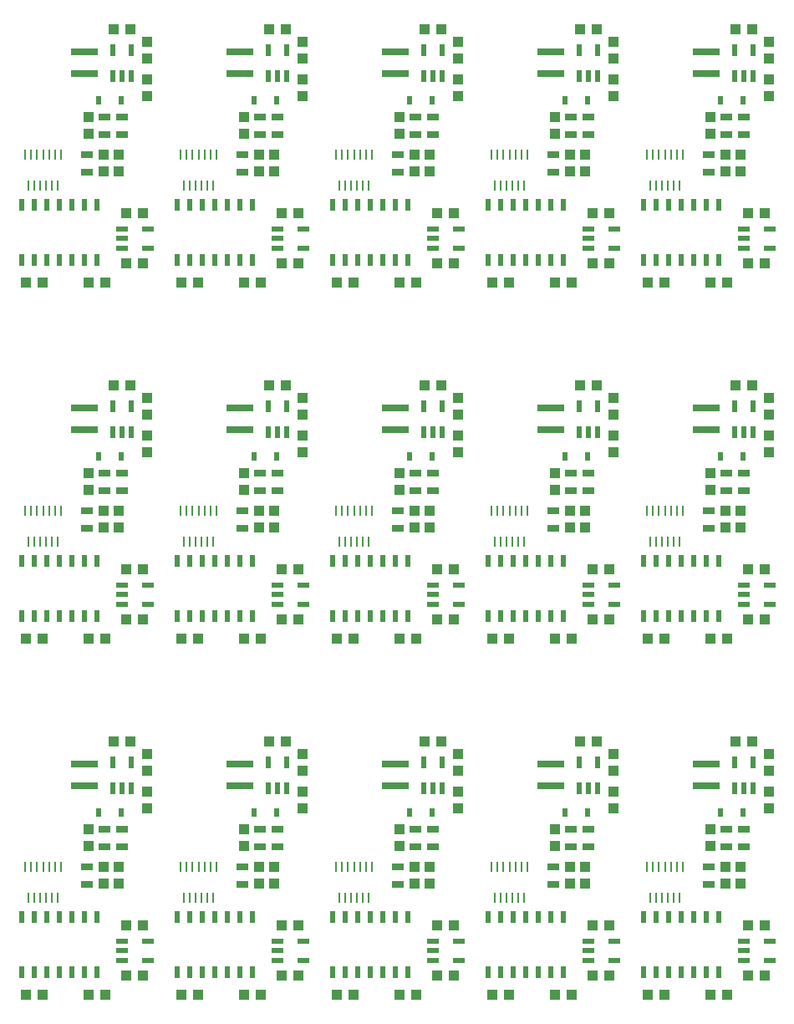
<source format=gtp>
G75*
%MOIN*%
%OFA0B0*%
%FSLAX25Y25*%
%IPPOS*%
%LPD*%
%AMOC8*
5,1,8,0,0,1.08239X$1,22.5*
%
%ADD10R,0.02165X0.04724*%
%ADD11R,0.04331X0.03937*%
%ADD12R,0.04724X0.03150*%
%ADD13R,0.03937X0.04331*%
%ADD14R,0.02480X0.03268*%
%ADD15R,0.10630X0.03150*%
%ADD16R,0.04724X0.02165*%
%ADD17R,0.02362X0.04724*%
%ADD18R,0.00906X0.03937*%
D10*
X0129593Y0129881D03*
X0133333Y0129881D03*
X0137073Y0129881D03*
X0137073Y0140119D03*
X0129593Y0140119D03*
X0191593Y0140119D03*
X0199073Y0140119D03*
X0199073Y0129881D03*
X0195333Y0129881D03*
X0191593Y0129881D03*
X0253593Y0129881D03*
X0257333Y0129881D03*
X0261073Y0129881D03*
X0261073Y0140119D03*
X0253593Y0140119D03*
X0315593Y0140119D03*
X0323073Y0140119D03*
X0323073Y0129881D03*
X0319333Y0129881D03*
X0315593Y0129881D03*
X0377593Y0129881D03*
X0381333Y0129881D03*
X0385073Y0129881D03*
X0385073Y0140119D03*
X0377593Y0140119D03*
X0377593Y0271881D03*
X0381333Y0271881D03*
X0385073Y0271881D03*
X0385073Y0282119D03*
X0377593Y0282119D03*
X0323073Y0282119D03*
X0315593Y0282119D03*
X0315593Y0271881D03*
X0319333Y0271881D03*
X0323073Y0271881D03*
X0261073Y0271881D03*
X0257333Y0271881D03*
X0253593Y0271881D03*
X0253593Y0282119D03*
X0261073Y0282119D03*
X0199073Y0282119D03*
X0191593Y0282119D03*
X0191593Y0271881D03*
X0195333Y0271881D03*
X0199073Y0271881D03*
X0137073Y0271881D03*
X0133333Y0271881D03*
X0129593Y0271881D03*
X0129593Y0282119D03*
X0137073Y0282119D03*
X0137073Y0413881D03*
X0133333Y0413881D03*
X0129593Y0413881D03*
X0129593Y0424119D03*
X0137073Y0424119D03*
X0191593Y0424119D03*
X0199073Y0424119D03*
X0199073Y0413881D03*
X0195333Y0413881D03*
X0191593Y0413881D03*
X0253593Y0413881D03*
X0257333Y0413881D03*
X0261073Y0413881D03*
X0261073Y0424119D03*
X0253593Y0424119D03*
X0315593Y0424119D03*
X0323073Y0424119D03*
X0323073Y0413881D03*
X0319333Y0413881D03*
X0315593Y0413881D03*
X0377593Y0413881D03*
X0381333Y0413881D03*
X0385073Y0413881D03*
X0385073Y0424119D03*
X0377593Y0424119D03*
D11*
X0094987Y0047500D03*
X0101680Y0047500D03*
X0119987Y0047500D03*
X0126680Y0047500D03*
X0134987Y0055000D03*
X0141680Y0055000D03*
X0141680Y0075000D03*
X0134987Y0075000D03*
X0156987Y0047500D03*
X0163680Y0047500D03*
X0181987Y0047500D03*
X0188680Y0047500D03*
X0196987Y0055000D03*
X0203680Y0055000D03*
X0203680Y0075000D03*
X0196987Y0075000D03*
X0218987Y0047500D03*
X0225680Y0047500D03*
X0243987Y0047500D03*
X0250680Y0047500D03*
X0258987Y0055000D03*
X0265680Y0055000D03*
X0265680Y0075000D03*
X0258987Y0075000D03*
X0280987Y0047500D03*
X0287680Y0047500D03*
X0305987Y0047500D03*
X0312680Y0047500D03*
X0320987Y0055000D03*
X0327680Y0055000D03*
X0327680Y0075000D03*
X0320987Y0075000D03*
X0342987Y0047500D03*
X0349680Y0047500D03*
X0367987Y0047500D03*
X0374680Y0047500D03*
X0382987Y0055000D03*
X0389680Y0055000D03*
X0389680Y0075000D03*
X0382987Y0075000D03*
X0384680Y0148500D03*
X0377987Y0148500D03*
X0374680Y0189500D03*
X0367987Y0189500D03*
X0382987Y0197000D03*
X0389680Y0197000D03*
X0389680Y0217000D03*
X0382987Y0217000D03*
X0349680Y0189500D03*
X0342987Y0189500D03*
X0327680Y0197000D03*
X0320987Y0197000D03*
X0312680Y0189500D03*
X0305987Y0189500D03*
X0287680Y0189500D03*
X0280987Y0189500D03*
X0265680Y0197000D03*
X0258987Y0197000D03*
X0250680Y0189500D03*
X0243987Y0189500D03*
X0225680Y0189500D03*
X0218987Y0189500D03*
X0203680Y0197000D03*
X0196987Y0197000D03*
X0188680Y0189500D03*
X0181987Y0189500D03*
X0163680Y0189500D03*
X0156987Y0189500D03*
X0141680Y0197000D03*
X0134987Y0197000D03*
X0126680Y0189500D03*
X0119987Y0189500D03*
X0134987Y0217000D03*
X0141680Y0217000D03*
X0101680Y0189500D03*
X0094987Y0189500D03*
X0129987Y0148500D03*
X0136680Y0148500D03*
X0191987Y0148500D03*
X0198680Y0148500D03*
X0196987Y0217000D03*
X0203680Y0217000D03*
X0198680Y0290500D03*
X0191987Y0290500D03*
X0188680Y0331500D03*
X0181987Y0331500D03*
X0196987Y0339000D03*
X0203680Y0339000D03*
X0203680Y0359000D03*
X0196987Y0359000D03*
X0218987Y0331500D03*
X0225680Y0331500D03*
X0243987Y0331500D03*
X0250680Y0331500D03*
X0258987Y0339000D03*
X0265680Y0339000D03*
X0265680Y0359000D03*
X0258987Y0359000D03*
X0280987Y0331500D03*
X0287680Y0331500D03*
X0305987Y0331500D03*
X0312680Y0331500D03*
X0320987Y0339000D03*
X0327680Y0339000D03*
X0327680Y0359000D03*
X0320987Y0359000D03*
X0342987Y0331500D03*
X0349680Y0331500D03*
X0367987Y0331500D03*
X0374680Y0331500D03*
X0382987Y0339000D03*
X0389680Y0339000D03*
X0389680Y0359000D03*
X0382987Y0359000D03*
X0384680Y0290500D03*
X0377987Y0290500D03*
X0327680Y0217000D03*
X0320987Y0217000D03*
X0322680Y0148500D03*
X0315987Y0148500D03*
X0265680Y0217000D03*
X0258987Y0217000D03*
X0260680Y0148500D03*
X0253987Y0148500D03*
X0253987Y0290500D03*
X0260680Y0290500D03*
X0315987Y0290500D03*
X0322680Y0290500D03*
X0322680Y0432500D03*
X0315987Y0432500D03*
X0260680Y0432500D03*
X0253987Y0432500D03*
X0198680Y0432500D03*
X0191987Y0432500D03*
X0141680Y0359000D03*
X0134987Y0359000D03*
X0134987Y0339000D03*
X0141680Y0339000D03*
X0126680Y0331500D03*
X0119987Y0331500D03*
X0101680Y0331500D03*
X0094987Y0331500D03*
X0129987Y0290500D03*
X0136680Y0290500D03*
X0156987Y0331500D03*
X0163680Y0331500D03*
X0136680Y0432500D03*
X0129987Y0432500D03*
X0377987Y0432500D03*
X0384680Y0432500D03*
D12*
X0381333Y0397543D03*
X0374333Y0397543D03*
X0374333Y0390457D03*
X0381333Y0390457D03*
X0367333Y0382543D03*
X0367333Y0375457D03*
X0319333Y0390457D03*
X0312333Y0390457D03*
X0312333Y0397543D03*
X0319333Y0397543D03*
X0305333Y0382543D03*
X0305333Y0375457D03*
X0257333Y0390457D03*
X0250333Y0390457D03*
X0250333Y0397543D03*
X0257333Y0397543D03*
X0243333Y0382543D03*
X0243333Y0375457D03*
X0195333Y0390457D03*
X0188333Y0390457D03*
X0188333Y0397543D03*
X0195333Y0397543D03*
X0181333Y0382543D03*
X0181333Y0375457D03*
X0133333Y0390457D03*
X0133333Y0397543D03*
X0126333Y0397543D03*
X0126333Y0390457D03*
X0119333Y0382543D03*
X0119333Y0375457D03*
X0126333Y0255543D03*
X0126333Y0248457D03*
X0133333Y0248457D03*
X0133333Y0255543D03*
X0119333Y0240543D03*
X0119333Y0233457D03*
X0181333Y0233457D03*
X0181333Y0240543D03*
X0188333Y0248457D03*
X0195333Y0248457D03*
X0195333Y0255543D03*
X0188333Y0255543D03*
X0243333Y0240543D03*
X0243333Y0233457D03*
X0250333Y0248457D03*
X0257333Y0248457D03*
X0257333Y0255543D03*
X0250333Y0255543D03*
X0305333Y0240543D03*
X0305333Y0233457D03*
X0312333Y0248457D03*
X0319333Y0248457D03*
X0319333Y0255543D03*
X0312333Y0255543D03*
X0367333Y0240543D03*
X0367333Y0233457D03*
X0374333Y0248457D03*
X0381333Y0248457D03*
X0381333Y0255543D03*
X0374333Y0255543D03*
X0374333Y0113543D03*
X0381333Y0113543D03*
X0381333Y0106457D03*
X0374333Y0106457D03*
X0367333Y0098543D03*
X0367333Y0091457D03*
X0319333Y0106457D03*
X0312333Y0106457D03*
X0312333Y0113543D03*
X0319333Y0113543D03*
X0305333Y0098543D03*
X0305333Y0091457D03*
X0257333Y0106457D03*
X0250333Y0106457D03*
X0250333Y0113543D03*
X0257333Y0113543D03*
X0243333Y0098543D03*
X0243333Y0091457D03*
X0195333Y0106457D03*
X0188333Y0106457D03*
X0188333Y0113543D03*
X0195333Y0113543D03*
X0181333Y0098543D03*
X0181333Y0091457D03*
X0133333Y0106457D03*
X0133333Y0113543D03*
X0126333Y0113543D03*
X0126333Y0106457D03*
X0119333Y0098543D03*
X0119333Y0091457D03*
D13*
X0125833Y0091654D03*
X0131833Y0091654D03*
X0131833Y0098346D03*
X0125833Y0098346D03*
X0119833Y0106654D03*
X0119833Y0113346D03*
X0143333Y0121654D03*
X0143333Y0128346D03*
X0143333Y0136654D03*
X0143333Y0143346D03*
X0181833Y0113346D03*
X0181833Y0106654D03*
X0187833Y0098346D03*
X0193833Y0098346D03*
X0193833Y0091654D03*
X0187833Y0091654D03*
X0205333Y0121654D03*
X0205333Y0128346D03*
X0205333Y0136654D03*
X0205333Y0143346D03*
X0243833Y0113346D03*
X0243833Y0106654D03*
X0249833Y0098346D03*
X0255833Y0098346D03*
X0255833Y0091654D03*
X0249833Y0091654D03*
X0267333Y0121654D03*
X0267333Y0128346D03*
X0267333Y0136654D03*
X0267333Y0143346D03*
X0305833Y0113346D03*
X0305833Y0106654D03*
X0311833Y0098346D03*
X0317833Y0098346D03*
X0317833Y0091654D03*
X0311833Y0091654D03*
X0329333Y0121654D03*
X0329333Y0128346D03*
X0329333Y0136654D03*
X0329333Y0143346D03*
X0367833Y0113346D03*
X0367833Y0106654D03*
X0373833Y0098346D03*
X0379833Y0098346D03*
X0379833Y0091654D03*
X0373833Y0091654D03*
X0391333Y0121654D03*
X0391333Y0128346D03*
X0391333Y0136654D03*
X0391333Y0143346D03*
X0379833Y0233654D03*
X0373833Y0233654D03*
X0373833Y0240346D03*
X0379833Y0240346D03*
X0367833Y0248654D03*
X0367833Y0255346D03*
X0391333Y0263654D03*
X0391333Y0270346D03*
X0391333Y0278654D03*
X0391333Y0285346D03*
X0379833Y0375654D03*
X0373833Y0375654D03*
X0373833Y0382346D03*
X0379833Y0382346D03*
X0367833Y0390654D03*
X0367833Y0397346D03*
X0391333Y0405654D03*
X0391333Y0412346D03*
X0391333Y0420654D03*
X0391333Y0427346D03*
X0329333Y0427346D03*
X0329333Y0420654D03*
X0329333Y0412346D03*
X0329333Y0405654D03*
X0317833Y0382346D03*
X0311833Y0382346D03*
X0311833Y0375654D03*
X0317833Y0375654D03*
X0305833Y0390654D03*
X0305833Y0397346D03*
X0267333Y0405654D03*
X0267333Y0412346D03*
X0267333Y0420654D03*
X0267333Y0427346D03*
X0243833Y0397346D03*
X0243833Y0390654D03*
X0249833Y0382346D03*
X0255833Y0382346D03*
X0255833Y0375654D03*
X0249833Y0375654D03*
X0205333Y0405654D03*
X0205333Y0412346D03*
X0205333Y0420654D03*
X0205333Y0427346D03*
X0181833Y0397346D03*
X0181833Y0390654D03*
X0187833Y0382346D03*
X0193833Y0382346D03*
X0193833Y0375654D03*
X0187833Y0375654D03*
X0143333Y0405654D03*
X0143333Y0412346D03*
X0143333Y0420654D03*
X0143333Y0427346D03*
X0119833Y0397346D03*
X0119833Y0390654D03*
X0125833Y0382346D03*
X0131833Y0382346D03*
X0131833Y0375654D03*
X0125833Y0375654D03*
X0143333Y0285346D03*
X0143333Y0278654D03*
X0143333Y0270346D03*
X0143333Y0263654D03*
X0131833Y0240346D03*
X0125833Y0240346D03*
X0125833Y0233654D03*
X0131833Y0233654D03*
X0119833Y0248654D03*
X0119833Y0255346D03*
X0181833Y0255346D03*
X0181833Y0248654D03*
X0187833Y0240346D03*
X0193833Y0240346D03*
X0193833Y0233654D03*
X0187833Y0233654D03*
X0205333Y0263654D03*
X0205333Y0270346D03*
X0205333Y0278654D03*
X0205333Y0285346D03*
X0243833Y0255346D03*
X0243833Y0248654D03*
X0249833Y0240346D03*
X0255833Y0240346D03*
X0255833Y0233654D03*
X0249833Y0233654D03*
X0267333Y0263654D03*
X0267333Y0270346D03*
X0267333Y0278654D03*
X0267333Y0285346D03*
X0305833Y0255346D03*
X0305833Y0248654D03*
X0311833Y0240346D03*
X0317833Y0240346D03*
X0317833Y0233654D03*
X0311833Y0233654D03*
X0329333Y0263654D03*
X0329333Y0270346D03*
X0329333Y0278654D03*
X0329333Y0285346D03*
D14*
X0318861Y0262000D03*
X0309806Y0262000D03*
X0256861Y0262000D03*
X0247806Y0262000D03*
X0194861Y0262000D03*
X0185806Y0262000D03*
X0132861Y0262000D03*
X0123806Y0262000D03*
X0123806Y0120000D03*
X0132861Y0120000D03*
X0185806Y0120000D03*
X0194861Y0120000D03*
X0247806Y0120000D03*
X0256861Y0120000D03*
X0309806Y0120000D03*
X0318861Y0120000D03*
X0371806Y0120000D03*
X0380861Y0120000D03*
X0380861Y0262000D03*
X0371806Y0262000D03*
X0371806Y0404000D03*
X0380861Y0404000D03*
X0318861Y0404000D03*
X0309806Y0404000D03*
X0256861Y0404000D03*
X0247806Y0404000D03*
X0194861Y0404000D03*
X0185806Y0404000D03*
X0132861Y0404000D03*
X0123806Y0404000D03*
D15*
X0118333Y0414669D03*
X0118333Y0423331D03*
X0180333Y0423331D03*
X0180333Y0414669D03*
X0242333Y0414669D03*
X0242333Y0423331D03*
X0304333Y0423331D03*
X0304333Y0414669D03*
X0366333Y0414669D03*
X0366333Y0423331D03*
X0366333Y0281331D03*
X0366333Y0272669D03*
X0304333Y0272669D03*
X0304333Y0281331D03*
X0242333Y0281331D03*
X0242333Y0272669D03*
X0180333Y0272669D03*
X0180333Y0281331D03*
X0118333Y0281331D03*
X0118333Y0272669D03*
X0118333Y0139331D03*
X0118333Y0130669D03*
X0180333Y0130669D03*
X0180333Y0139331D03*
X0242333Y0139331D03*
X0242333Y0130669D03*
X0304333Y0130669D03*
X0304333Y0139331D03*
X0366333Y0139331D03*
X0366333Y0130669D03*
D16*
X0381215Y0068740D03*
X0381215Y0065000D03*
X0381215Y0061260D03*
X0391452Y0061260D03*
X0391452Y0068740D03*
X0329452Y0068740D03*
X0329452Y0061260D03*
X0319215Y0061260D03*
X0319215Y0065000D03*
X0319215Y0068740D03*
X0267452Y0068740D03*
X0267452Y0061260D03*
X0257215Y0061260D03*
X0257215Y0065000D03*
X0257215Y0068740D03*
X0205452Y0068740D03*
X0205452Y0061260D03*
X0195215Y0061260D03*
X0195215Y0065000D03*
X0195215Y0068740D03*
X0143452Y0068740D03*
X0143452Y0061260D03*
X0133215Y0061260D03*
X0133215Y0065000D03*
X0133215Y0068740D03*
X0133215Y0203260D03*
X0133215Y0207000D03*
X0133215Y0210740D03*
X0143452Y0210740D03*
X0143452Y0203260D03*
X0195215Y0203260D03*
X0195215Y0207000D03*
X0195215Y0210740D03*
X0205452Y0210740D03*
X0205452Y0203260D03*
X0257215Y0203260D03*
X0257215Y0207000D03*
X0257215Y0210740D03*
X0267452Y0210740D03*
X0267452Y0203260D03*
X0319215Y0203260D03*
X0319215Y0207000D03*
X0319215Y0210740D03*
X0329452Y0210740D03*
X0329452Y0203260D03*
X0381215Y0203260D03*
X0381215Y0207000D03*
X0381215Y0210740D03*
X0391452Y0210740D03*
X0391452Y0203260D03*
X0391452Y0345260D03*
X0391452Y0352740D03*
X0381215Y0352740D03*
X0381215Y0349000D03*
X0381215Y0345260D03*
X0329452Y0345260D03*
X0329452Y0352740D03*
X0319215Y0352740D03*
X0319215Y0349000D03*
X0319215Y0345260D03*
X0267452Y0345260D03*
X0267452Y0352740D03*
X0257215Y0352740D03*
X0257215Y0349000D03*
X0257215Y0345260D03*
X0205452Y0345260D03*
X0205452Y0352740D03*
X0195215Y0352740D03*
X0195215Y0349000D03*
X0195215Y0345260D03*
X0143452Y0345260D03*
X0143452Y0352740D03*
X0133215Y0352740D03*
X0133215Y0349000D03*
X0133215Y0345260D03*
D17*
X0123333Y0340476D03*
X0118333Y0340476D03*
X0113333Y0340476D03*
X0108333Y0340476D03*
X0103333Y0340476D03*
X0098333Y0340476D03*
X0093333Y0340476D03*
X0093333Y0362524D03*
X0098333Y0362524D03*
X0103333Y0362524D03*
X0108333Y0362524D03*
X0113333Y0362524D03*
X0118333Y0362524D03*
X0123333Y0362524D03*
X0155333Y0362524D03*
X0160333Y0362524D03*
X0165333Y0362524D03*
X0170333Y0362524D03*
X0175333Y0362524D03*
X0180333Y0362524D03*
X0185333Y0362524D03*
X0185333Y0340476D03*
X0180333Y0340476D03*
X0175333Y0340476D03*
X0170333Y0340476D03*
X0165333Y0340476D03*
X0160333Y0340476D03*
X0155333Y0340476D03*
X0217333Y0340476D03*
X0222333Y0340476D03*
X0227333Y0340476D03*
X0232333Y0340476D03*
X0237333Y0340476D03*
X0242333Y0340476D03*
X0247333Y0340476D03*
X0247333Y0362524D03*
X0242333Y0362524D03*
X0237333Y0362524D03*
X0232333Y0362524D03*
X0227333Y0362524D03*
X0222333Y0362524D03*
X0217333Y0362524D03*
X0279333Y0362524D03*
X0284333Y0362524D03*
X0289333Y0362524D03*
X0294333Y0362524D03*
X0299333Y0362524D03*
X0304333Y0362524D03*
X0309333Y0362524D03*
X0309333Y0340476D03*
X0304333Y0340476D03*
X0299333Y0340476D03*
X0294333Y0340476D03*
X0289333Y0340476D03*
X0284333Y0340476D03*
X0279333Y0340476D03*
X0341333Y0340476D03*
X0346333Y0340476D03*
X0351333Y0340476D03*
X0356333Y0340476D03*
X0361333Y0340476D03*
X0366333Y0340476D03*
X0371333Y0340476D03*
X0371333Y0362524D03*
X0366333Y0362524D03*
X0361333Y0362524D03*
X0356333Y0362524D03*
X0351333Y0362524D03*
X0346333Y0362524D03*
X0341333Y0362524D03*
X0341333Y0220524D03*
X0346333Y0220524D03*
X0351333Y0220524D03*
X0356333Y0220524D03*
X0361333Y0220524D03*
X0366333Y0220524D03*
X0371333Y0220524D03*
X0371333Y0198476D03*
X0366333Y0198476D03*
X0361333Y0198476D03*
X0356333Y0198476D03*
X0351333Y0198476D03*
X0346333Y0198476D03*
X0341333Y0198476D03*
X0309333Y0198476D03*
X0304333Y0198476D03*
X0299333Y0198476D03*
X0294333Y0198476D03*
X0289333Y0198476D03*
X0284333Y0198476D03*
X0279333Y0198476D03*
X0279333Y0220524D03*
X0284333Y0220524D03*
X0289333Y0220524D03*
X0294333Y0220524D03*
X0299333Y0220524D03*
X0304333Y0220524D03*
X0309333Y0220524D03*
X0247333Y0220524D03*
X0242333Y0220524D03*
X0237333Y0220524D03*
X0232333Y0220524D03*
X0227333Y0220524D03*
X0222333Y0220524D03*
X0217333Y0220524D03*
X0217333Y0198476D03*
X0222333Y0198476D03*
X0227333Y0198476D03*
X0232333Y0198476D03*
X0237333Y0198476D03*
X0242333Y0198476D03*
X0247333Y0198476D03*
X0185333Y0198476D03*
X0180333Y0198476D03*
X0175333Y0198476D03*
X0170333Y0198476D03*
X0165333Y0198476D03*
X0160333Y0198476D03*
X0155333Y0198476D03*
X0155333Y0220524D03*
X0160333Y0220524D03*
X0165333Y0220524D03*
X0170333Y0220524D03*
X0175333Y0220524D03*
X0180333Y0220524D03*
X0185333Y0220524D03*
X0123333Y0220524D03*
X0118333Y0220524D03*
X0113333Y0220524D03*
X0108333Y0220524D03*
X0103333Y0220524D03*
X0098333Y0220524D03*
X0093333Y0220524D03*
X0093333Y0198476D03*
X0098333Y0198476D03*
X0103333Y0198476D03*
X0108333Y0198476D03*
X0113333Y0198476D03*
X0118333Y0198476D03*
X0123333Y0198476D03*
X0123333Y0078524D03*
X0118333Y0078524D03*
X0113333Y0078524D03*
X0108333Y0078524D03*
X0103333Y0078524D03*
X0098333Y0078524D03*
X0093333Y0078524D03*
X0093333Y0056476D03*
X0098333Y0056476D03*
X0103333Y0056476D03*
X0108333Y0056476D03*
X0113333Y0056476D03*
X0118333Y0056476D03*
X0123333Y0056476D03*
X0155333Y0056476D03*
X0160333Y0056476D03*
X0165333Y0056476D03*
X0170333Y0056476D03*
X0175333Y0056476D03*
X0180333Y0056476D03*
X0185333Y0056476D03*
X0185333Y0078524D03*
X0180333Y0078524D03*
X0175333Y0078524D03*
X0170333Y0078524D03*
X0165333Y0078524D03*
X0160333Y0078524D03*
X0155333Y0078524D03*
X0217333Y0078524D03*
X0222333Y0078524D03*
X0227333Y0078524D03*
X0232333Y0078524D03*
X0237333Y0078524D03*
X0242333Y0078524D03*
X0247333Y0078524D03*
X0247333Y0056476D03*
X0242333Y0056476D03*
X0237333Y0056476D03*
X0232333Y0056476D03*
X0227333Y0056476D03*
X0222333Y0056476D03*
X0217333Y0056476D03*
X0279333Y0056476D03*
X0284333Y0056476D03*
X0289333Y0056476D03*
X0294333Y0056476D03*
X0299333Y0056476D03*
X0304333Y0056476D03*
X0309333Y0056476D03*
X0309333Y0078524D03*
X0304333Y0078524D03*
X0299333Y0078524D03*
X0294333Y0078524D03*
X0289333Y0078524D03*
X0284333Y0078524D03*
X0279333Y0078524D03*
X0341333Y0078524D03*
X0346333Y0078524D03*
X0351333Y0078524D03*
X0356333Y0078524D03*
X0361333Y0078524D03*
X0366333Y0078524D03*
X0371333Y0078524D03*
X0371333Y0056476D03*
X0366333Y0056476D03*
X0361333Y0056476D03*
X0356333Y0056476D03*
X0351333Y0056476D03*
X0346333Y0056476D03*
X0341333Y0056476D03*
D18*
X0343892Y0086122D03*
X0346255Y0086122D03*
X0348617Y0086122D03*
X0350979Y0086122D03*
X0353341Y0086122D03*
X0355703Y0086122D03*
X0354522Y0098563D03*
X0352160Y0098563D03*
X0349798Y0098563D03*
X0347436Y0098563D03*
X0345073Y0098563D03*
X0342711Y0098563D03*
X0356885Y0098563D03*
X0294885Y0098563D03*
X0292522Y0098563D03*
X0290160Y0098563D03*
X0287798Y0098563D03*
X0285436Y0098563D03*
X0283073Y0098563D03*
X0280711Y0098563D03*
X0281892Y0086122D03*
X0284255Y0086122D03*
X0286617Y0086122D03*
X0288979Y0086122D03*
X0291341Y0086122D03*
X0293703Y0086122D03*
X0231703Y0086122D03*
X0229341Y0086122D03*
X0226979Y0086122D03*
X0224617Y0086122D03*
X0222255Y0086122D03*
X0219892Y0086122D03*
X0218711Y0098563D03*
X0221073Y0098563D03*
X0223436Y0098563D03*
X0225798Y0098563D03*
X0228160Y0098563D03*
X0230522Y0098563D03*
X0232885Y0098563D03*
X0170885Y0098563D03*
X0168522Y0098563D03*
X0166160Y0098563D03*
X0163798Y0098563D03*
X0161436Y0098563D03*
X0159073Y0098563D03*
X0156711Y0098563D03*
X0157892Y0086122D03*
X0160255Y0086122D03*
X0162617Y0086122D03*
X0164979Y0086122D03*
X0167341Y0086122D03*
X0169703Y0086122D03*
X0107703Y0086122D03*
X0105341Y0086122D03*
X0102979Y0086122D03*
X0100617Y0086122D03*
X0098255Y0086122D03*
X0095892Y0086122D03*
X0094711Y0098563D03*
X0097073Y0098563D03*
X0099436Y0098563D03*
X0101798Y0098563D03*
X0104160Y0098563D03*
X0106522Y0098563D03*
X0108885Y0098563D03*
X0107703Y0228122D03*
X0105341Y0228122D03*
X0102979Y0228122D03*
X0100617Y0228122D03*
X0098255Y0228122D03*
X0095892Y0228122D03*
X0094711Y0240563D03*
X0097073Y0240563D03*
X0099436Y0240563D03*
X0101798Y0240563D03*
X0104160Y0240563D03*
X0106522Y0240563D03*
X0108885Y0240563D03*
X0156711Y0240563D03*
X0159073Y0240563D03*
X0161436Y0240563D03*
X0163798Y0240563D03*
X0166160Y0240563D03*
X0168522Y0240563D03*
X0170885Y0240563D03*
X0169703Y0228122D03*
X0167341Y0228122D03*
X0164979Y0228122D03*
X0162617Y0228122D03*
X0160255Y0228122D03*
X0157892Y0228122D03*
X0219892Y0228122D03*
X0222255Y0228122D03*
X0224617Y0228122D03*
X0226979Y0228122D03*
X0229341Y0228122D03*
X0231703Y0228122D03*
X0230522Y0240563D03*
X0228160Y0240563D03*
X0225798Y0240563D03*
X0223436Y0240563D03*
X0221073Y0240563D03*
X0218711Y0240563D03*
X0232885Y0240563D03*
X0280711Y0240563D03*
X0283073Y0240563D03*
X0285436Y0240563D03*
X0287798Y0240563D03*
X0290160Y0240563D03*
X0292522Y0240563D03*
X0294885Y0240563D03*
X0293703Y0228122D03*
X0291341Y0228122D03*
X0288979Y0228122D03*
X0286617Y0228122D03*
X0284255Y0228122D03*
X0281892Y0228122D03*
X0343892Y0228122D03*
X0346255Y0228122D03*
X0348617Y0228122D03*
X0350979Y0228122D03*
X0353341Y0228122D03*
X0355703Y0228122D03*
X0354522Y0240563D03*
X0352160Y0240563D03*
X0349798Y0240563D03*
X0347436Y0240563D03*
X0345073Y0240563D03*
X0342711Y0240563D03*
X0356885Y0240563D03*
X0355703Y0370122D03*
X0353341Y0370122D03*
X0350979Y0370122D03*
X0348617Y0370122D03*
X0346255Y0370122D03*
X0343892Y0370122D03*
X0342711Y0382563D03*
X0345073Y0382563D03*
X0347436Y0382563D03*
X0349798Y0382563D03*
X0352160Y0382563D03*
X0354522Y0382563D03*
X0356885Y0382563D03*
X0294885Y0382563D03*
X0292522Y0382563D03*
X0290160Y0382563D03*
X0287798Y0382563D03*
X0285436Y0382563D03*
X0283073Y0382563D03*
X0280711Y0382563D03*
X0281892Y0370122D03*
X0284255Y0370122D03*
X0286617Y0370122D03*
X0288979Y0370122D03*
X0291341Y0370122D03*
X0293703Y0370122D03*
X0231703Y0370122D03*
X0229341Y0370122D03*
X0226979Y0370122D03*
X0224617Y0370122D03*
X0222255Y0370122D03*
X0219892Y0370122D03*
X0218711Y0382563D03*
X0221073Y0382563D03*
X0223436Y0382563D03*
X0225798Y0382563D03*
X0228160Y0382563D03*
X0230522Y0382563D03*
X0232885Y0382563D03*
X0170885Y0382563D03*
X0168522Y0382563D03*
X0166160Y0382563D03*
X0163798Y0382563D03*
X0161436Y0382563D03*
X0159073Y0382563D03*
X0156711Y0382563D03*
X0157892Y0370122D03*
X0160255Y0370122D03*
X0162617Y0370122D03*
X0164979Y0370122D03*
X0167341Y0370122D03*
X0169703Y0370122D03*
X0107703Y0370122D03*
X0105341Y0370122D03*
X0102979Y0370122D03*
X0100617Y0370122D03*
X0098255Y0370122D03*
X0095892Y0370122D03*
X0094711Y0382563D03*
X0097073Y0382563D03*
X0099436Y0382563D03*
X0101798Y0382563D03*
X0104160Y0382563D03*
X0106522Y0382563D03*
X0108885Y0382563D03*
M02*

</source>
